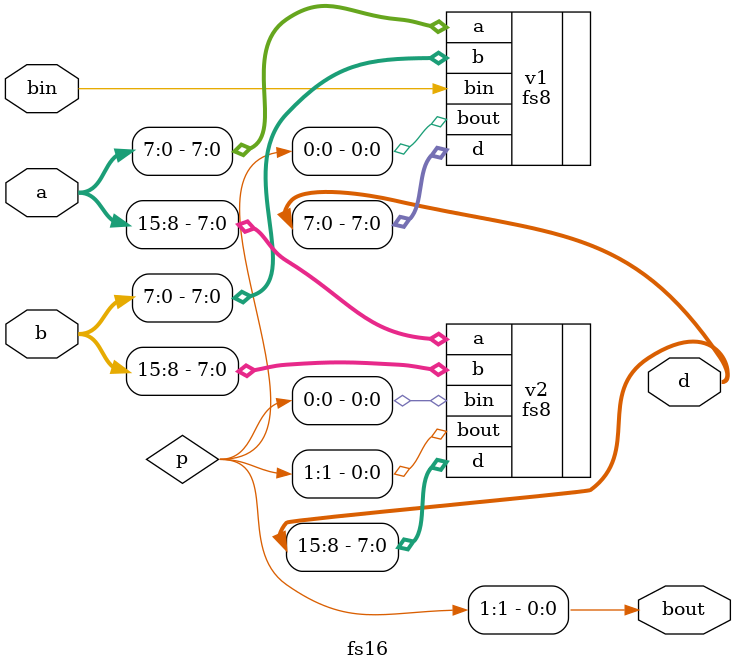
<source format=v>
`timescale 1ns / 1ps


module fs16(a,b,bin,d,bout);
input [15:0]a,b;
input bin;
output [15:0]d;
output bout;
wire [1:0]p;
fs8 v1 (.a(a[7:0]), .b(b[7:0]),.bin(bin),.d(d[7:0]), .bout(p[0]));
fs8 v2 (.a(a[15:8]), .b(b[15:8]),.bin(p[0]),.d(d[15:8]), .bout(p[1]));
assign bout=p[1];
endmodule
</source>
